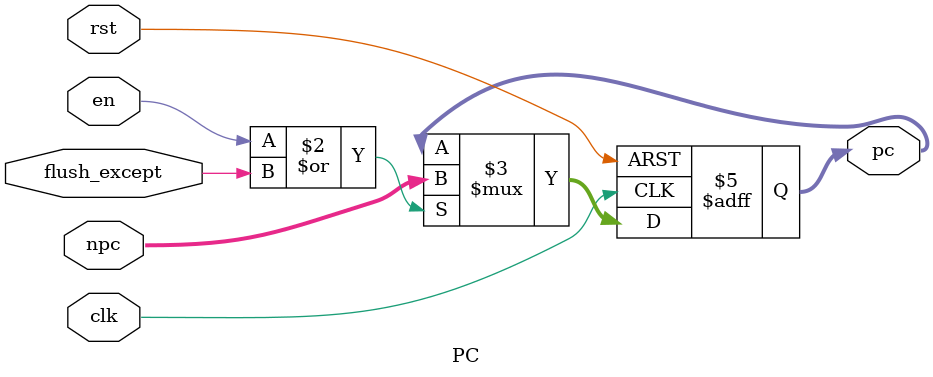
<source format=v>
`timescale 1ns / 1ps

// pc current pc
// npc next pc
// inst_ce valid enable, output reg inst_ce
module PC#(parameter N=32)
    (input clk,input rst,input en,input flush_except,input [N-1:0] npc, output reg [N-1:0] pc);
always@(posedge clk,posedge rst)begin
    if(rst)begin
        //inst_ce<=0;
        pc<=32'hbfc00000;
    end
    else if(en|flush_except)begin// add | flush_except
        //inst_ce<=1;
        pc<=npc;
    end
end
endmodule

</source>
